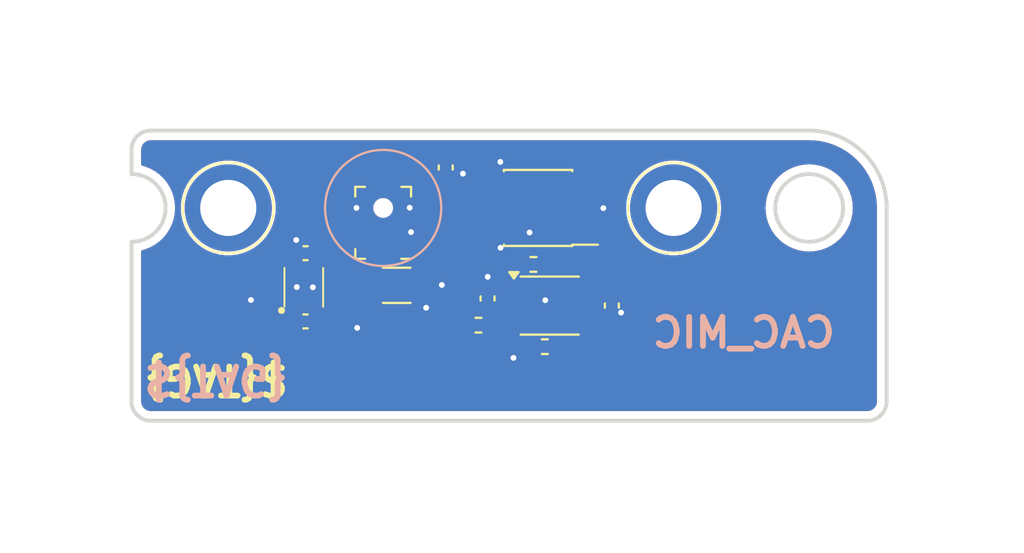
<source format=kicad_pcb>
(kicad_pcb (version 20240108) (generator "pcbnew") (generator_version "8.0")
  (layers (0 "F.Cu" signal) (31 "B.Cu" signal) (34 "B.Paste" user) (35 "F.Paste" user) (36 "B.SilkS" user "B.Silkscreen") (37 "F.SilkS" user "F.Silkscreen") (38 "B.Mask" user) (39 "F.Mask" user) (44 "Edge.Cuts" user))
  (net 0 "")
  (net 1 "GND")
  (net 2 "+1V8")
  (net 3 "PDM_CLOCK")
  (net 4 "+3V3")
  (net 5 "PDM_DATA")
  (net 8 "/DATA_PHY")
  (net 9 "/CLOCK")
  (net 10 "/PDM_DATA_PHY")
  (net 11 "/DATA")
  (net 12 "/CLOCK_PHY")
  (footprint "Connector_PinHeader_1.27mm:PinHeader_2x03_P1.27mm_Vertical_SMD" (layer "F.Cu") (at 16 0 180)
    (property "Reference" "J401" (hide yes))
    (property "Value" "Conn_02x03_Odd_Even")
    (fp_line (start 1.765 1.9) (end 1.765 1.965) (stroke (width 0.12)) (layer "F.SilkS"))
    (fp_line (start 1.765 -1.965) (end 1.765 -1.9) (stroke (width 0.12)) (layer "F.SilkS"))
    (fp_line (start -1.765 1.965) (end 1.765 1.965) (stroke (width 0.12)) (layer "F.SilkS"))
    (fp_line (start -1.765 1.9) (end -1.765 1.965) (stroke (width 0.12)) (layer "F.SilkS"))
    (fp_line (start -1.765 -1.965) (end 1.765 -1.965) (stroke (width 0.12)) (layer "F.SilkS"))
    (fp_line (start -1.765 -1.965) (end -1.765 -1.9) (stroke (width 0.12)) (layer "F.SilkS"))
    (fp_line (start -3.09 -1.9) (end -1.765 -1.9) (stroke (width 0.12)) (layer "F.SilkS"))
    (pad "1" smd rect (at -1.95 -1.27 180) (size 2.4 0.74) (layers "F.Cu" "F.Paste" "F.Mask") (net 3 "PDM_CLOCK"))
    (pad "2" smd rect (at 1.95 -1.27 180) (size 2.4 0.74) (layers "F.Cu" "F.Paste" "F.Mask") (net 1 "GND"))
    (pad "3" smd rect (at -1.95 0 180) (size 2.4 0.74) (layers "F.Cu" "F.Paste" "F.Mask") (net 1 "GND"))
    (pad "4" smd rect (at 1.95 0 180) (size 2.4 0.74) (layers "F.Cu" "F.Paste" "F.Mask") (net 4 "+3V3"))
    (pad "5" smd rect (at -1.95 1.27 180) (size 2.4 0.74) (layers "F.Cu" "F.Paste" "F.Mask") (net 5 "PDM_DATA"))
    (pad "6" smd rect (at 1.95 1.27 180) (size 2.4 0.74) (layers "F.Cu" "F.Paste" "F.Mask") (net 1 "GND"))
  )
  (footprint "cacophony-library:SMD_BD4.4-L4.4-D2.8" (layer "F.Cu") (at 23 0)
    (property "Reference" "J403" (hide yes))
    (property "Value" "Screw_Terminal_01x01")
    (fp_circle (center 0 0) (end 2.35 0) (stroke (width 0.1)) (fill none) (layer "F.SilkS"))
    (pad "1" thru_hole circle (at 0 0) (size 4.5 4.5) (drill 2.9) (layers "*.Cu" "*.Mask"))
  )
  (footprint "Capacitor_SMD:C_0402_1005Metric" (layer "F.Cu") (at 11.23 -2.09 90)
    (property "Reference" "C406" (hide yes))
    (property "Value" "1uF")
    (fp_line (start -0.107836 -0.36) (end 0.107836 -0.36) (stroke (width 0.12)) (layer "F.SilkS"))
    (fp_line (start -0.107836 0.36) (end 0.107836 0.36) (stroke (width 0.12)) (layer "F.SilkS"))
    (pad "1" smd roundrect (at -0.48 0 90) (size 0.56 0.62) (layers "F.Cu" "F.Paste" "F.Mask") (net 4 "+3V3"))
    (pad "2" smd roundrect (at 0.48 0 90) (size 0.56 0.62) (layers "F.Cu" "F.Paste" "F.Mask") (net 1 "GND"))
  )
  (footprint "Package_SO:SSOP-8_2.95x2.8mm_P0.65mm" (layer "F.Cu") (at 16.6 5.0475)
    (property "Reference" "U402" (hide yes))
    (property "Value" "TXS0102DCT")
    (fp_line (start 1.5 -1.5) (end -1.5 -1.5) (stroke (width 0.12)) (layer "F.SilkS"))
    (fp_line (start 1.5 1.5) (end -1.5 1.5) (stroke (width 0.12)) (layer "F.SilkS"))
    (fp_poly (pts (xy -1.85 -1.4) (xy -2.09 -1.73) (xy -1.61 -1.73) (xy -1.85 -1.4)) (stroke (width 0.12)) (fill solid) (layer "F.SilkS"))
    (pad "1" smd rect (at -1.7 -0.975 270) (size 0.3 1.6) (layers "F.Cu" "F.Paste" "F.Mask") (net 10 "/PDM_DATA_PHY"))
    (pad "2" smd rect (at -1.7 -0.325 270) (size 0.3 1.6) (layers "F.Cu" "F.Paste" "F.Mask") (net 1 "GND"))
    (pad "3" smd rect (at -1.7 0.325 270) (size 0.3 1.6) (layers "F.Cu" "F.Paste" "F.Mask") (net 2 "+1V8"))
    (pad "4" smd rect (at -1.7 0.975 270) (size 0.3 1.6) (layers "F.Cu" "F.Paste" "F.Mask") (net 11 "/DATA"))
    (pad "5" smd rect (at 1.7 0.975 270) (size 0.3 1.6) (layers "F.Cu" "F.Paste" "F.Mask") (net 12 "/CLOCK_PHY"))
    (pad "6" smd rect (at 1.7 0.325 270) (size 0.3 1.6) (layers "F.Cu" "F.Paste" "F.Mask") (net 4 "+3V3"))
    (pad "7" smd rect (at 1.7 -0.325 270) (size 0.3 1.6) (layers "F.Cu" "F.Paste" "F.Mask") (net 4 "+3V3"))
    (pad "8" smd rect (at 1.7 -0.975 270) (size 0.3 1.6) (layers "F.Cu" "F.Paste" "F.Mask") (net 3 "PDM_CLOCK"))
  )
  (footprint "PCM_kikit:Tab" (layer "F.Cu") (at -5.44 4.375)
    (property "Reference" "REF**" (hide yes))
    (property "Value" "Tab")
  )
  (footprint "PCM_kikit:Tab" (layer "F.Cu") (at 13 -4.4 -90)
    (property "Reference" "REF**" (hide yes))
    (property "Value" "Tab")
  )
  (footprint "cacophony-library:U-DFN2020-6_L2.0-W2.0-P0.65-BL-EP" (layer "F.Cu") (at 3.9 4.1)
    (property "Reference" "U401" (hide yes))
    (property "Value" "AP7335-18SNG-7")
    (fp_line (start -1 1) (end -1 -1) (stroke (width 0.1)) (layer "F.SilkS"))
    (fp_line (start 1 -1) (end 1 1) (stroke (width 0.1)) (layer "F.SilkS"))
    (fp_line (start 1 1) (end 1 1) (stroke (width 0.1)) (layer "F.SilkS"))
    (fp_circle (center -1.15 1.2) (end -1.06 1.2) (stroke (width 0.18)) (fill none) (layer "F.SilkS"))
    (pad "1" smd rect (at -0.65 0.9) (size 0.37 0.48) (layers "F.Cu" "F.Paste" "F.Mask") (net 4 "+3V3"))
    (pad "2" smd rect (at 0 0.74) (size 0.37 0.8) (layers "F.Cu" "F.Paste" "F.Mask") (net 1 "GND"))
    (pad "3" smd rect (at 0.65 0.9) (size 0.37 0.48) (layers "F.Cu" "F.Paste" "F.Mask") (net 4 "+3V3"))
    (pad "4" smd rect (at 0.65 -0.9) (size 0.37 0.48) (layers "F.Cu" "F.Paste" "F.Mask") (net 2 "+1V8"))
    (pad "5" smd rect (at 0 -0.9) (size 0.37 0.48) (layers "F.Cu" "F.Paste" "F.Mask"))
    (pad "6" smd rect (at -0.65 -0.9) (size 0.37 0.48) (layers "F.Cu" "F.Paste" "F.Mask"))
    (pad "7" smd rect (at 0 0 90) (size 0.9 1.7) (layers "F.Cu" "F.Paste" "F.Mask") (net 1 "GND"))
  )
  (footprint "Capacitor_SMD:C_0402_1005Metric" (layer "F.Cu") (at 13.39 4.68 90)
    (property "Reference" "C401" (hide yes))
    (property "Value" "100nF")
    (fp_line (start -0.107836 -0.36) (end 0.107836 -0.36) (stroke (width 0.12)) (layer "F.SilkS"))
    (fp_line (start -0.107836 0.36) (end 0.107836 0.36) (stroke (width 0.12)) (layer "F.SilkS"))
    (pad "1" smd roundrect (at -0.48 0 90) (size 0.56 0.62) (layers "F.Cu" "F.Paste" "F.Mask") (net 2 "+1V8"))
    (pad "2" smd roundrect (at 0.48 0 90) (size 0.56 0.62) (layers "F.Cu" "F.Paste" "F.Mask") (net 1 "GND"))
  )
  (footprint "Capacitor_SMD:C_1206_3216Metric" (layer "F.Cu") (at 8.7 4)
    (property "Reference" "C403" (hide yes))
    (property "Value" "100nF")
    (fp_line (start -0.711252 -0.91) (end 0.711252 -0.91) (stroke (width 0.12)) (layer "F.SilkS"))
    (fp_line (start -0.711252 0.91) (end 0.711252 0.91) (stroke (width 0.12)) (layer "F.SilkS"))
    (pad "1" smd roundrect (at -1.475 0) (size 1.15 1.8) (layers "F.Cu" "F.Paste" "F.Mask") (roundrect_rratio 0.217391) (net 2 "+1V8"))
    (pad "2" smd roundrect (at 1.475 0) (size 1.15 1.8) (layers "F.Cu" "F.Paste" "F.Mask") (roundrect_rratio 0.217391) (net 1 "GND"))
  )
  (footprint "cacophony-library:SMD_BD4.4-L4.4-D2.8" (layer "F.Cu") (at 0 0)
    (property "Reference" "J402" (hide yes))
    (property "Value" "Screw_Terminal_01x01")
    (fp_circle (center 0 0) (end 2.35 0) (stroke (width 0.1)) (fill none) (layer "F.SilkS"))
    (pad "1" thru_hole circle (at 0 0) (size 4.5 4.5) (drill 2.9) (layers "*.Cu" "*.Mask"))
  )
  (footprint "Resistor_SMD:R_0402_1005Metric" (layer "F.Cu") (at 15.76 2.92)
    (property "Reference" "R403" (hide yes))
    (property "Value" "22Ω")
    (fp_line (start -0.153641 -0.38) (end 0.153641 -0.38) (stroke (width 0.12)) (layer "F.SilkS"))
    (fp_line (start -0.153641 0.38) (end 0.153641 0.38) (stroke (width 0.12)) (layer "F.SilkS"))
    (pad "1" smd roundrect (at -0.51 0) (size 0.54 0.64) (layers "F.Cu" "F.Paste" "F.Mask") (net 10 "/PDM_DATA_PHY"))
    (pad "2" smd roundrect (at 0.51 0) (size 0.54 0.64) (layers "F.Cu" "F.Paste" "F.Mask") (net 5 "PDM_DATA"))
  )
  (footprint "PCM_kikit:Tab" (layer "F.Cu") (at 13 11.5 90)
    (property "Reference" "REF**" (hide yes))
    (property "Value" "Tab")
  )
  (footprint "Capacitor_SMD:C_0402_1005Metric" (layer "F.Cu") (at 3.99 5.865 180)
    (property "Reference" "C404" (hide yes))
    (property "Value" "1uF")
    (fp_line (start -0.107836 0.36) (end 0.107836 0.36) (stroke (width 0.12)) (layer "F.SilkS"))
    (fp_line (start -0.107836 -0.36) (end 0.107836 -0.36) (stroke (width 0.12)) (layer "F.SilkS"))
    (pad "1" smd roundrect (at -0.48 0 180) (size 0.56 0.62) (layers "F.Cu" "F.Paste" "F.Mask") (net 4 "+3V3"))
    (pad "2" smd roundrect (at 0.48 0 180) (size 0.56 0.62) (layers "F.Cu" "F.Paste" "F.Mask") (net 1 "GND"))
  )
  (footprint "PCM_kikit:Tab" (layer "F.Cu") (at 34.77 4.375 180)
    (property "Reference" "REF**" (hide yes))
    (property "Value" "Tab")
  )
  (footprint "Resistor_SMD:R_0402_1005Metric" (layer "F.Cu") (at 12.92 6.06)
    (property "Reference" "R402" (hide yes))
    (property "Value" "22Ω")
    (fp_line (start -0.153641 -0.38) (end 0.153641 -0.38) (stroke (width 0.12)) (layer "F.SilkS"))
    (fp_line (start -0.153641 0.38) (end 0.153641 0.38) (stroke (width 0.12)) (layer "F.SilkS"))
    (pad "1" smd roundrect (at -0.51 0) (size 0.54 0.64) (layers "F.Cu" "F.Paste" "F.Mask") (net 8 "/DATA_PHY"))
    (pad "2" smd roundrect (at 0.51 0) (size 0.54 0.64) (layers "F.Cu" "F.Paste" "F.Mask") (net 11 "/DATA"))
  )
  (footprint "Capacitor_SMD:C_0402_1005Metric" (layer "F.Cu") (at 19.81 5.0475 -90)
    (property "Reference" "C402" (hide yes))
    (property "Value" "100nF")
    (fp_line (start -0.107836 0.36) (end 0.107836 0.36) (stroke (width 0.12)) (layer "F.SilkS"))
    (fp_line (start -0.107836 -0.36) (end 0.107836 -0.36) (stroke (width 0.12)) (layer "F.SilkS"))
    (pad "1" smd roundrect (at -0.48 0 270) (size 0.56 0.62) (layers "F.Cu" "F.Paste" "F.Mask") (net 4 "+3V3"))
    (pad "2" smd roundrect (at 0.48 0 270) (size 0.56 0.62) (layers "F.Cu" "F.Paste" "F.Mask") (net 1 "GND"))
  )
  (footprint "Resistor_SMD:R_0402_1005Metric" (layer "F.Cu") (at 16.35 7.17)
    (property "Reference" "R401" (hide yes))
    (property "Value" "22Ω")
    (fp_line (start -0.153641 -0.38) (end 0.153641 -0.38) (stroke (width 0.12)) (layer "F.SilkS"))
    (fp_line (start -0.153641 0.38) (end 0.153641 0.38) (stroke (width 0.12)) (layer "F.SilkS"))
    (pad "1" smd roundrect (at -0.51 0) (size 0.54 0.64) (layers "F.Cu" "F.Paste" "F.Mask") (net 9 "/CLOCK"))
    (pad "2" smd roundrect (at 0.51 0) (size 0.54 0.64) (layers "F.Cu" "F.Paste" "F.Mask") (net 12 "/CLOCK_PHY"))
  )
  (footprint "Capacitor_SMD:C_0402_1005Metric" (layer "F.Cu") (at 3.99 2.34 180)
    (property "Reference" "C405" (hide yes))
    (property "Value" "1uF")
    (fp_line (start -0.107836 0.36) (end 0.107836 0.36) (stroke (width 0.12)) (layer "F.SilkS"))
    (fp_line (start -0.107836 -0.36) (end 0.107836 -0.36) (stroke (width 0.12)) (layer "F.SilkS"))
    (pad "1" smd roundrect (at -0.48 0 180) (size 0.56 0.62) (layers "F.Cu" "F.Paste" "F.Mask") (net 2 "+1V8"))
    (pad "2" smd roundrect (at 0.48 0 180) (size 0.56 0.62) (layers "F.Cu" "F.Paste" "F.Mask") (net 1 "GND"))
  )
  (footprint "cacophony-library:Knowles_LGA-5_3.5x2.65mm_0.6mm_NPTH" (layer "F.Cu") (at 8 0.77 180)
    (property "Reference" "MK401" (hide yes))
    (property "Value" "SPH0641LU4H-1")
    (fp_circle (center 0 0.77) (end 3 0.77) (stroke (width 0.12)) (fill none) (layer "B.SilkS"))
    (fp_line (start 1.44 1.86) (end 0.94 1.86) (stroke (width 0.12)) (layer "F.SilkS"))
    (fp_line (start 1.44 1.36) (end 1.44 1.86) (stroke (width 0.12)) (layer "F.SilkS"))
    (fp_line (start 1.44 -1.86) (end 1.44 -1.36) (stroke (width 0.12)) (layer "F.SilkS"))
    (fp_line (start 1.44 -1.86) (end 0.94 -1.86) (stroke (width 0.12)) (layer "F.SilkS"))
    (fp_line (start -0.94 1.86) (end -1.44 1.86) (stroke (width 0.12)) (layer "F.SilkS"))
    (fp_line (start -0.94 -1.86) (end -1.44 -1.86) (stroke (width 0.12)) (layer "F.SilkS"))
    (fp_line (start -1.44 1.36) (end -1.44 1.86) (stroke (width 0.12)) (layer "F.SilkS"))
    (pad "" np_thru_hole circle (at 0 0.77 180) (size 0.6 0.6) (drill 0.6) (layers "F&B.Cu" "*.Mask"))
    (pad "1" smd rect (at -0.8375 -1.304 180) (size 0.725 0.522) (layers "F.Cu" "F.Paste" "F.Mask") (net 8 "/DATA_PHY"))
    (pad "2" smd rect (at -0.8375 -0.482 180) (size 0.725 0.522) (layers "F.Cu" "F.Paste" "F.Mask") (net 1 "GND"))
    (pad "3" smd custom (at 0 1.4325 180) (size 0.3 0.3) (layers "F.Cu" "F.Mask") (net 1 "GND") (options (clearance outline) (anchor circle)) (primitives (gr_circle (center 0 -0.6625) (end 0.6625 -0.6625) (width 0.3) (fill no))))
    (pad "4" smd rect (at 0.8375 -0.482 180) (size 0.725 0.522) (layers "F.Cu" "F.Paste" "F.Mask") (net 9 "/CLOCK"))
    (pad "5" smd rect (at 0.8375 -1.304 180) (size 0.725 0.522) (layers "F.Cu" "F.Paste" "F.Mask") (net 2 "+1V8"))
  )
  (gr_arc (start -5 -1.749999) (mid -3.25 0) (end -5 1.749999) (stroke (width 0.2)) (layer "Edge.Cuts"))
  (gr_circle (center 30 0) (end 31.75 0) (stroke (width 0.2)) (fill none) (layer "Edge.Cuts"))
  (gr_arc (start -4.000001 11) (mid -4.707107 10.707107) (end -5 10.000002) (stroke (width 0.2)) (layer "Edge.Cuts"))
  (gr_arc (start -5 -3.000001) (mid -4.707107 -3.707107) (end -4.000002 -4) (stroke (width 0.2)) (layer "Edge.Cuts"))
  (gr_line (start -4.000002 -4) (end 30 -4) (stroke (width 0.2)) (layer "Edge.Cuts"))
  (gr_line (start -5 -1.749999) (end -5 -3.000001) (stroke (width 0.2)) (layer "Edge.Cuts"))
  (gr_line (start 34 0) (end 34 10) (stroke (width 0.2)) (layer "Edge.Cuts"))
  (gr_arc (start 34 10) (mid 33.707107 10.707107) (end 33 11) (stroke (width 0.2)) (layer "Edge.Cuts"))
  (gr_line (start -5 10.000002) (end -5 1.749999) (stroke (width 0.2)) (layer "Edge.Cuts"))
  (gr_line (start 33 11) (end -4.000001 11) (stroke (width 0.2)) (layer "Edge.Cuts"))
  (gr_arc (start 30 -4) (mid 32.828427 -2.828427) (end 34 0) (stroke (width 0.2)) (layer "Edge.Cuts"))
  (gr_text "${TAG}" (at -4.5 8 180) (layer "B.SilkS") (effects (font (size 1.5 1.5) (thickness 0.3) (bold yes)) (justify left bottom mirror)))
  (gr_text "CAC_MIC" (at 31.5 7.33 0) (layer "B.SilkS") (effects (font (size 1.5 1.5) (thickness 0.3) (bold yes)) (justify left bottom mirror)))
  (gr_text "${TAG}" (at -4.5 8 180) (layer "F.SilkS") (effects (font (size 1.5 1.5) (thickness 0.3) (bold yes)) (justify right bottom)))
  (segment (start 3.82 4.92) (end 3.9 4.84) (width 0.37) (layer "F.Cu") (net 1))
  (segment (start 19.37 0.01) (end 17.96 0.01) (width 0.15) (layer "F.Cu") (net 1))
  (segment (start 3.51 5.865) (end 3.82 5.555) (width 0.37) (layer "F.Cu") (net 1))
  (segment (start 19.946516 5.75) (end 20.286135 5.410381) (width 0.15) (layer "F.Cu") (net 1))
  (segment (start 9.37 -0.01) (end 8.86 -0.01) (width 0.37) (layer "F.Cu") (net 1))
  (segment (start 14.024252 4.7225) (end 13.501752 4.2) (width 0.3) (layer "F.Cu") (net 1))
  (segment (start 6.62 0) (end 7.15 0) (width 0.37) (layer "F.Cu") (net 1))
  (segment (start 3.82 5.555) (end 3.82 4.92) (width 0.37) (layer "F.Cu") (net 1))
  (segment (start 19.81 5.75) (end 19.946516 5.75) (width 0.15) (layer "F.Cu") (net 1))
  (segment (start 14.9 4.7225) (end 14.024252 4.7225) (width 0.3) (layer "F.Cu") (net 1))
  (segment (start 13.501752 4.2) (end 13.39 4.2) (width 0.3) (layer "F.Cu") (net 1))
  (segment (start 17.96 0.01) (end 17.95 0) (width 0.15) (layer "F.Cu") (net 1))
  (via (at 3.54 4.09) (size 0.46) (drill 0.3) (layers "F.Cu" "B.Cu") (net 1))
  (via (at 10.22 5.16) (size 0.46) (drill 0.3) (layers "F.Cu" "B.Cu") (net 1))
  (via (at 6.66 6.2) (size 0.46) (drill 0.3) (layers "F.Cu" "B.Cu") (net 1))
  (via (at 6.62 0) (size 0.46) (drill 0.3) (layers "F.Cu" "B.Cu") (net 1))
  (via (at 14.05 -2.38) (size 0.46) (drill 0.3) (layers "F.Cu" "B.Cu") (net 1))
  (via (at 16.37 4.77) (size 0.46) (drill 0.3) (layers "F.Cu" "B.Cu") (net 1))
  (via (at 9.44 1.25) (size 0.46) (drill 0.3) (layers "F.Cu" "B.Cu") (net 1))
  (via (at 3.51 1.66) (size 0.46) (drill 0.3) (layers "F.Cu" "B.Cu") (net 1))
  (via (at 4.37 4.1) (size 0.46) (drill 0.3) (layers "F.Cu" "B.Cu") (net 1))
  (via (at 19.37 0.01) (size 0.46) (drill 0.3) (layers "F.Cu" "B.Cu") (net 1))
  (via (at 14.73 7.75) (size 0.46) (drill 0.3) (layers "F.Cu" "B.Cu") (net 1))
  (via (at 11.03 3.98) (size 0.46) (drill 0.3) (layers "F.Cu" "B.Cu") (net 1))
  (via (at 15.56 1.27) (size 0.46) (drill 0.3) (layers "F.Cu" "B.Cu") (net 1))
  (via (at 14.06 2.06) (size 0.46) (drill 0.3) (layers "F.Cu" "B.Cu") (net 1))
  (via (at 12.12 -1.77) (size 0.46) (drill 0.3) (layers "F.Cu" "B.Cu") (net 1))
  (via (at 1.17 4.76) (size 0.46) (drill 0.3) (layers "F.Cu" "B.Cu") (net 1))
  (via (at 9.37 -0.01) (size 0.46) (drill 0.3) (layers "F.Cu" "B.Cu") (net 1))
  (via (at 20.286135 5.410381) (size 0.46) (drill 0.3) (layers "F.Cu" "B.Cu") (net 1))
  (via (at 13.4 3.56) (size 0.46) (drill 0.3) (layers "F.Cu" "B.Cu") (net 1))
  (segment (start 13.79 5.16) (end 13.39 5.16) (width 0.25) (layer "F.Cu") (net 2))
  (segment (start 4.47 2.34) (end 5.47 2.34) (width 0.37) (layer "F.Cu") (net 2))
  (segment (start 7.225 2.1365) (end 7.1625 2.074) (width 0.37) (layer "F.Cu") (net 2))
  (segment (start 5.47 2.34) (end 5.736 2.074) (width 0.37) (layer "F.Cu") (net 2))
  (segment (start 5.85 3.2) (end 5.35 3.2) (width 0.37) (layer "F.Cu") (net 2))
  (segment (start 7.225 4) (end 6.575 3.35) (width 0.37) (layer "F.Cu") (net 2))
  (segment (start 4.47 2.34) (end 4.47 0.33) (width 0.37) (layer "F.Cu") (net 2))
  (segment (start 14.9 5.3725) (end 14.0025 5.3725) (width 0.25) (layer "F.Cu") (net 2))
  (segment (start 6 3.35) (end 5.85 3.2) (width 0.37) (layer "F.Cu") (net 2))
  (segment (start 6.575 3.35) (end 6 3.35) (width 0.37) (layer "F.Cu") (net 2))
  (segment (start 5.35 3.2) (end 4.55 3.2) (width 0.37) (layer "F.Cu") (net 2))
  (segment (start 4.55 3.2) (end 4.55 2.42) (width 0.37) (layer "F.Cu") (net 2))
  (segment (start 4.47 0.33) (end 6.39 -1.59) (width 0.37) (layer "F.Cu") (net 2))
  (segment (start 9.5 -1.59) (end 11.26 0.17) (width 0.37) (layer "F.Cu") (net 2))
  (segment (start 12.49 2.56) (end 12.49 4.52) (width 0.37) (layer "F.Cu") (net 2))
  (segment (start 5.736 2.074) (end 7.1625 2.074) (width 0.37) (layer "F.Cu") (net 2))
  (segment (start 11.26 1.33) (end 12.49 2.56) (width 0.37) (layer "F.Cu") (net 2))
  (segment (start 7.225 4) (end 7.225 2.1365) (width 0.37) (layer "F.Cu") (net 2))
  (segment (start 11.26 0.17) (end 11.26 1.33) (width 0.37) (layer "F.Cu") (net 2))
  (segment (start 12.49 4.52) (end 13.13 5.16) (width 0.37) (layer "F.Cu") (net 2))
  (segment (start 14.0025 5.3725) (end 13.79 5.16) (width 0.25) (layer "F.Cu") (net 2))
  (segment (start 13.13 5.16) (end 13.39 5.16) (width 0.37) (layer "F.Cu") (net 2))
  (segment (start 6.39 -1.59) (end 9.5 -1.59) (width 0.37) (layer "F.Cu") (net 2))
  (segment (start 18.3 4.125) (end 18.3 3.48) (width 0.15) (layer "F.Cu") (net 3))
  (segment (start 17.95 3.13) (end 17.95 1.27) (width 0.15) (layer "F.Cu") (net 3))
  (segment (start 18.3 3.48) (end 17.95 3.13) (width 0.15) (layer "F.Cu") (net 3))
  (segment (start 18.3 4.7225) (end 19.2575 4.7225) (width 0.25) (layer "F.Cu") (net 4))
  (segment (start 2.26 4.69) (end 2.57 5) (width 0.37) (layer "F.Cu") (net 4))
  (segment (start 14.05 0) (end 12.66 0) (width 0.37) (layer "F.Cu") (net 4))
  (segment (start 14.05 0) (end 15.11 0) (width 0.37) (layer "F.Cu") (net 4))
  (segment (start 19.58 -2.4) (end 20.11 -1.87) (width 0.37) (layer "F.Cu") (net 4))
  (segment (start 4.47 5.865) (end 4.47 6.38) (width 0.37) (layer "F.Cu") (net 4))
  (segment (start 4.47 6.38) (end 4.32 6.53) (width 0.37) (layer "F.Cu") (net 4))
  (segment (start 20.11 3.4) (end 19.81 3.7) (width 0.37) (layer "F.Cu") (net 4))
  (segment (start 16.69 -2.4) (end 19.58 -2.4) (width 0.37) (layer "F.Cu") (net 4))
  (segment (start 2.94 6.76) (end 2.57 6.39) (width 0.37) (layer "F.Cu") (net 4))
  (segment (start 3.09 -0.77) (end 3.09 1.17) (width 0.37) (layer "F.Cu") (net 4))
  (segment (start 20.11 -1.87) (end 20.11 3.4) (width 0.37) (layer "F.Cu") (net 4))
  (segment (start 15.96 -0.85) (end 15.96 -1.67) (width 0.37) (layer "F.Cu") (net 4))
  (segment (start 2.57 5) (end 3.25 5) (width 0.37) (layer "F.Cu") (net 4))
  (segment (start 15.96 -1.67) (end 16.69 -2.4) (width 0.37) (layer "F.Cu") (net 4))
  (segment (start 19.4125 4.5675) (end 19.81 4.5675) (width 0.25) (layer "F.Cu") (net 4))
  (segment (start 2.57 6.39) (end 2.57 5) (width 0.37) (layer "F.Cu") (net 4))
  (segment (start 9.98 -2.68) (end 5 -2.68) (width 0.37) (layer "F.Cu") (net 4))
  (segment (start 19.2575 4.7225) (end 19.4125 4.5675) (width 0.25) (layer "F.Cu") (net 4))
  (segment (start 2.26 2) (end 2.26 4.69) (width 0.37) (layer "F.Cu") (net 4))
  (segment (start 3.09 1.17) (end 2.26 2) (width 0.37) (layer "F.Cu") (net 4))
  (segment (start 5 -2.68) (end 3.09 -0.77) (width 0.37) (layer "F.Cu") (net 4))
  (segment (start 4.55 5) (end 4.55 5.785) (width 0.37) (layer "F.Cu") (net 4))
  (segment (start 18.3 5.3725) (end 18.3 4.7225) (width 0.25) (layer "F.Cu") (net 4))
  (segment (start 19.81 3.7) (end 19.81 4.5675) (width 0.37) (layer "F.Cu") (net 4))
  (segment (start 12.66 0) (end 9.98 -2.68) (width 0.37) (layer "F.Cu") (net 4))
  (segment (start 4.32 6.53) (end 4.09 6.76) (width 0.37) (layer "F.Cu") (net 4))
  (segment (start 15.11 0) (end 15.96 -0.85) (width 0.37) (layer "F.Cu") (net 4))
  (segment (start 4.09 6.76) (end 2.94 6.76) (width 0.37) (layer "F.Cu") (net 4))
  (segment (start 17.95 -1.27) (end 17.12 -1.27) (width 0.15) (layer "F.Cu") (net 5))
  (segment (start 16.27 -0.42) (end 16.27 2.95) (width 0.15) (layer "F.Cu") (net 5))
  (segment (start 17.12 -1.27) (end 16.27 -0.42) (width 0.15) (layer "F.Cu") (net 5))
  (segment (start 10.244 2.074) (end 11.57 3.4) (width 0.15) (layer "F.Cu") (net 8))
  (segment (start 11.57 3.4) (end 11.57 5.22) (width 0.15) (layer "F.Cu") (net 8))
  (segment (start 8.8375 2.074) (end 10.244 2.074) (width 0.15) (layer "F.Cu") (net 8))
  (segment (start 11.57 5.22) (end 12.41 6.06) (width 0.15) (layer "F.Cu") (net 8))
  (segment (start 8.01 2.73) (end 8.81 3.53) (width 0.15) (layer "F.Cu") (net 9))
  (segment (start 8.81 4.75) (end 11.23 7.17) (width 0.15) (layer "F.Cu") (net 9))
  (segment (start 7.1625 1.252) (end 7.675 1.252) (width 0.15) (layer "F.Cu") (net 9))
  (segment (start 8.01 1.587) (end 8.01 2.73) (width 0.15) (layer "F.Cu") (net 9))
  (segment (start 7.675 1.252) (end 8.01 1.587) (width 0.15) (layer "F.Cu") (net 9))
  (segment (start 11.23 7.17) (end 15.84 7.17) (width 0.15) (layer "F.Cu") (net 9))
  (segment (start 8.81 3.53) (end 8.81 4.75) (width 0.15) (layer "F.Cu") (net 9))
  (segment (start 14.9 4.125) (end 14.9 3.3) (width 0.15) (layer "F.Cu") (net 10))
  (segment (start 14.9 3.3) (end 15.25 2.95) (width 0.15) (layer "F.Cu") (net 10))
  (segment (start 14.9 6.0225) (end 13.4675 6.0225) (width 0.25) (layer "F.Cu") (net 11))
  (segment (start 13.4675 6.0225) (end 13.43 6.06) (width 0.25) (layer "F.Cu") (net 11))
  (segment (start 17.86 6.515) (end 18.3 6.075) (width 0.15) (layer "F.Cu") (net 12))
  (segment (start 17.86 6.515) (end 17.205 7.17) (width 0.15) (layer "F.Cu") (net 12))
  (segment (start 17.205 7.17) (end 16.86 7.17) (width 0.15) (layer "F.Cu") (net 12))
  (zone (net 1) (net_name "GND") (layers "F&B.Cu") (connect_pads (clearance 0.15)) (min_thickness 0.15) (fill yes (thermal_gap 0.15) (thermal_bridge_width 0.5))
    (polygon (pts (xy -5.5 -4.5) (xy 34.5 -4.5) (xy 34.5 11.5) (xy -5.5 11.5)))
  )
)
</source>
